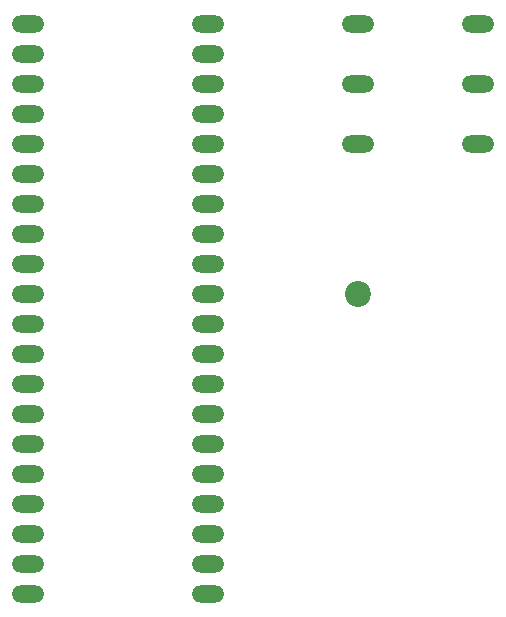
<source format=gbr>
G04 --- HEADER BEGIN --- *
%TF.GenerationSoftware,LibrePCB,LibrePCB,0.1.1-unstable*%
%TF.CreationDate,2019-07-14T01:55:39*%
%TF.ProjectId,desklift - other_routing,146e283d-8dba-42bd-9080-c603e88aa634,v3*%
%TF.Part,Single*%
%FSLAX66Y66*%
%MOMM*%
G01*
G74*
G04 --- HEADER END --- *
G04 --- APERTURE LIST BEGIN --- *
%ADD10O,2.74X1.47*%
%ADD11C,2.2*%
G04 --- APERTURE LIST END --- *
G04 --- BOARD BEGIN --- *
D10*
X34290432Y-5080128D03*
X34290432Y-15240128D03*
X34290432Y-10160128D03*
X44450560Y-5080128D03*
X44450560Y-15240128D03*
X44450560Y-10160128D03*
X6349216Y-43181376D03*
X6349216Y-17781376D03*
X6349216Y-7621376D03*
X6349216Y-12701376D03*
X21589216Y-27941376D03*
X21589216Y-12701376D03*
X6349216Y-30481376D03*
X6349216Y-50801376D03*
X6349216Y-40641376D03*
X21589216Y-5081376D03*
X21589216Y-30481376D03*
X6349216Y-22861376D03*
X21589216Y-53341376D03*
X21589216Y-22861376D03*
X6349216Y-15241376D03*
X21589216Y-33021376D03*
X6349216Y-53341376D03*
X21589216Y-7621376D03*
X6349216Y-27941376D03*
X21589216Y-25401376D03*
X21589216Y-40641376D03*
X6349216Y-45721376D03*
X6349216Y-38101376D03*
X21589216Y-48261376D03*
X6349216Y-20321376D03*
X21589216Y-17781376D03*
X6349216Y-5081376D03*
X6349216Y-35561376D03*
X6349216Y-33021376D03*
X21589216Y-10161376D03*
X21589216Y-15241376D03*
X21589216Y-20321376D03*
X6349216Y-48261376D03*
X21589216Y-43181376D03*
X21589216Y-38101376D03*
X21589216Y-45721376D03*
X6349216Y-25401376D03*
X21589216Y-50801376D03*
X21589216Y-35561376D03*
X6349216Y-10161376D03*
D11*
X34290432Y-27940352D03*
G04 --- BOARD END --- *
%TF.MD5,16625d53bd9225ccf2d39bb86bc6f431*%
M02*

</source>
